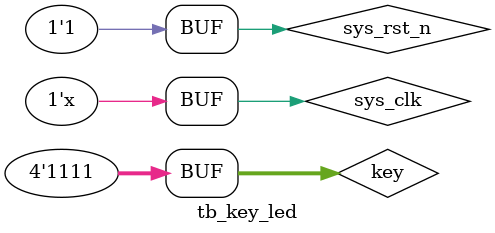
<source format=v>
`timescale 1 ns/ 1 ns
module tb_key_led();

parameter T = 20;

reg  [3:0]  key      ;
reg         sys_clk  ;
reg         sys_rst_n;
reg         key_value;

wire [3:0]  led;

initial begin   
     key                <=4'b1111;//°´¼ü³õÊ¼×´Ì¬ÎªÈ«¶Ï¿ª
     sys_clk            <=1'b0;   //³õÊ¼Ê±ÖÓÎªµÍµçÆ½
     sys_rst_n          <=1'b0;   //¸´Î»ÐÅºÅ³õÊ¼ÎªµÍµçÆ½
#T   sys_rst_n          <=1'b1;   //Ò»¸öÊ±ÖÓÖÜÆÚºó¸´Î»ÐÅºÅÀ­¸ß

#600_000_020 key[0]     <=0;      //0.6sÊ±°´ÏÂ°´¼ü1
#800_000_000 key[0]     <=1;    
key[1]                  <=0;      //0.8sºóËÉ¿ª°´¼ü1£¬°´ÏÂ°´¼ü2
#800_000_000 key[1]     <=1;   
key[2]                  <=0;      //0.8sºóËÉ¿ª°´¼ü2£¬°´ÏÂ°´¼ü3
#800_000_000 key[2]     <=1;   
key[3]                  <=0;      //0.8sºóËÉ¿ª°´¼ü3£¬°´ÏÂ°´¼ü4    
#800_000_000 key[3]     <=1;      //0.8sºóËÉ¿ª°´¼ü4

end 

always # (T/2) sys_clk <= ~sys_clk;
key_led   u_key_led(
      .sys_clk(sys_clk),       
      .sys_rst_n(sys_rst_n),     
      .key(key),                  
      .led(led)          
      );

endmodule
</source>
